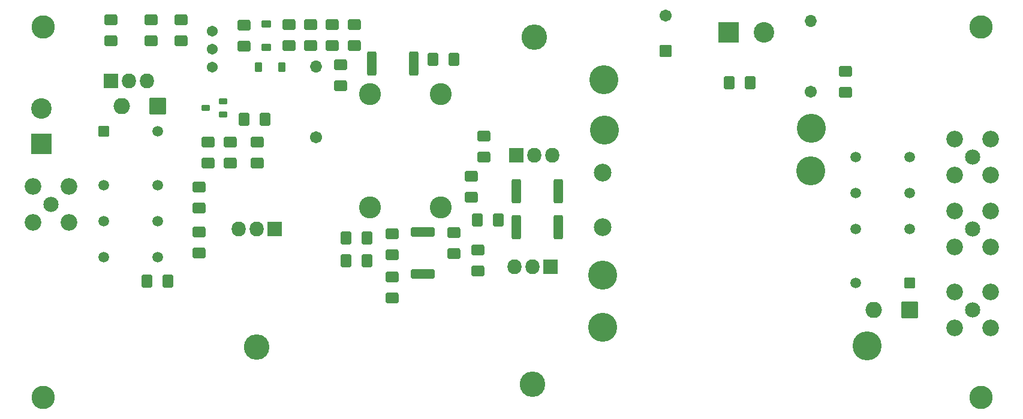
<source format=gbr>
G04 #@! TF.GenerationSoftware,KiCad,Pcbnew,(6.0.0)*
G04 #@! TF.CreationDate,2022-05-31T00:37:06+02:00*
G04 #@! TF.ProjectId,rfamp3,7266616d-7033-42e6-9b69-6361645f7063,rev?*
G04 #@! TF.SameCoordinates,Original*
G04 #@! TF.FileFunction,Soldermask,Top*
G04 #@! TF.FilePolarity,Negative*
%FSLAX46Y46*%
G04 Gerber Fmt 4.6, Leading zero omitted, Abs format (unit mm)*
G04 Created by KiCad (PCBNEW (6.0.0)) date 2022-05-31 00:37:06*
%MOMM*%
%LPD*%
G01*
G04 APERTURE LIST*
G04 Aperture macros list*
%AMRoundRect*
0 Rectangle with rounded corners*
0 $1 Rounding radius*
0 $2 $3 $4 $5 $6 $7 $8 $9 X,Y pos of 4 corners*
0 Add a 4 corners polygon primitive as box body*
4,1,4,$2,$3,$4,$5,$6,$7,$8,$9,$2,$3,0*
0 Add four circle primitives for the rounded corners*
1,1,$1+$1,$2,$3*
1,1,$1+$1,$4,$5*
1,1,$1+$1,$6,$7*
1,1,$1+$1,$8,$9*
0 Add four rect primitives between the rounded corners*
20,1,$1+$1,$2,$3,$4,$5,0*
20,1,$1+$1,$4,$5,$6,$7,0*
20,1,$1+$1,$6,$7,$8,$9,0*
20,1,$1+$1,$8,$9,$2,$3,0*%
G04 Aperture macros list end*
%ADD10RoundRect,0.301001X0.462499X0.624999X-0.462499X0.624999X-0.462499X-0.624999X0.462499X-0.624999X0*%
%ADD11RoundRect,0.301001X0.624999X-0.462499X0.624999X0.462499X-0.624999X0.462499X-0.624999X-0.462499X0*%
%ADD12RoundRect,0.301001X-0.624999X0.462499X-0.624999X-0.462499X0.624999X-0.462499X0.624999X0.462499X0*%
%ADD13C,2.152000*%
%ADD14C,2.352000*%
%ADD15RoundRect,0.051000X1.400000X-1.400000X1.400000X1.400000X-1.400000X1.400000X-1.400000X-1.400000X0*%
%ADD16C,2.902000*%
%ADD17RoundRect,0.051000X-1.400000X-1.400000X1.400000X-1.400000X1.400000X1.400000X-1.400000X1.400000X0*%
%ADD18RoundRect,0.051000X-0.700000X-0.700000X0.700000X-0.700000X0.700000X0.700000X-0.700000X0.700000X0*%
%ADD19C,1.502000*%
%ADD20RoundRect,0.051000X0.700000X0.700000X-0.700000X0.700000X-0.700000X-0.700000X0.700000X-0.700000X0*%
%ADD21RoundRect,0.051000X-0.952500X-1.000000X0.952500X-1.000000X0.952500X1.000000X-0.952500X1.000000X0*%
%ADD22O,2.007000X2.102000*%
%ADD23O,3.602000X3.602000*%
%ADD24RoundRect,0.051000X0.952500X1.000000X-0.952500X1.000000X-0.952500X-1.000000X0.952500X-1.000000X0*%
%ADD25C,1.542000*%
%ADD26RoundRect,0.301000X-0.362500X-1.425000X0.362500X-1.425000X0.362500X1.425000X-0.362500X1.425000X0*%
%ADD27C,1.702000*%
%ADD28O,1.702000X1.702000*%
%ADD29RoundRect,0.051000X0.800000X-0.800000X0.800000X0.800000X-0.800000X0.800000X-0.800000X-0.800000X0*%
%ADD30RoundRect,0.051000X0.600000X-0.450000X0.600000X0.450000X-0.600000X0.450000X-0.600000X-0.450000X0*%
%ADD31RoundRect,0.051000X0.450000X0.600000X-0.450000X0.600000X-0.450000X-0.600000X0.450000X-0.600000X0*%
%ADD32C,3.102000*%
%ADD33C,4.102500*%
%ADD34C,3.302000*%
%ADD35RoundRect,0.301000X1.425000X-0.362500X1.425000X0.362500X-1.425000X0.362500X-1.425000X-0.362500X0*%
%ADD36RoundRect,0.051000X0.500000X0.350000X-0.500000X0.350000X-0.500000X-0.350000X0.500000X-0.350000X0*%
%ADD37RoundRect,0.301000X0.362500X1.425000X-0.362500X1.425000X-0.362500X-1.425000X0.362500X-1.425000X0*%
%ADD38C,2.502000*%
%ADD39RoundRect,0.051000X1.100000X1.100000X-1.100000X1.100000X-1.100000X-1.100000X1.100000X-1.100000X0*%
%ADD40O,2.302000X2.302000*%
G04 APERTURE END LIST*
D10*
X123026500Y-52832000D03*
X120051500Y-52832000D03*
D11*
X93345000Y-51017500D03*
X93345000Y-48042500D03*
X74549000Y-50255500D03*
X74549000Y-47280500D03*
X84455000Y-50255500D03*
X84455000Y-47280500D03*
D12*
X80264000Y-47280500D03*
X80264000Y-50255500D03*
D10*
X164809500Y-56134000D03*
X161834500Y-56134000D03*
D13*
X66050000Y-73350000D03*
D14*
X68590000Y-75890000D03*
X68590000Y-70810000D03*
X63510000Y-70810000D03*
X63510000Y-75890000D03*
D15*
X64770000Y-64770000D03*
D16*
X64770000Y-59770000D03*
D13*
X196215000Y-76835000D03*
D14*
X193675000Y-79375000D03*
X193675000Y-74295000D03*
X198755000Y-74295000D03*
X198755000Y-79375000D03*
D17*
X161798000Y-49022000D03*
D16*
X166798000Y-49022000D03*
D18*
X73533000Y-62992000D03*
D19*
X73533000Y-70612000D03*
X73533000Y-75682000D03*
X73533000Y-80772000D03*
X81163000Y-80782000D03*
X81163000Y-75702000D03*
X81153000Y-70612000D03*
X81153000Y-62992000D03*
D20*
X187325000Y-84455000D03*
D19*
X187325000Y-76835000D03*
X187325000Y-71765000D03*
X187325000Y-66675000D03*
X179695000Y-66665000D03*
X179695000Y-71745000D03*
X179705000Y-76835000D03*
X179705000Y-84455000D03*
D12*
X127254000Y-63663500D03*
X127254000Y-66638500D03*
D11*
X126365000Y-82767500D03*
X126365000Y-79792500D03*
D21*
X74549000Y-55880000D03*
D22*
X77089000Y-55880000D03*
X79629000Y-55880000D03*
D11*
X125476000Y-72353500D03*
X125476000Y-69378500D03*
D10*
X129249500Y-75565000D03*
X126274500Y-75565000D03*
D23*
X134360920Y-49740680D03*
D21*
X131820920Y-66400680D03*
D22*
X134360920Y-66400680D03*
X136900920Y-66400680D03*
D23*
X134117080Y-98768040D03*
D24*
X136657080Y-82108040D03*
D22*
X134117080Y-82108040D03*
X131577080Y-82108040D03*
D25*
X88900000Y-48895000D03*
X88900000Y-51435000D03*
X88900000Y-53975000D03*
D26*
X111388300Y-53467000D03*
X117313300Y-53467000D03*
D27*
X173355000Y-57404000D03*
D28*
X173355000Y-47404000D03*
D13*
X196215000Y-88265000D03*
D14*
X193675000Y-90805000D03*
X198755000Y-90805000D03*
X193675000Y-85725000D03*
X198755000Y-85725000D03*
D13*
X196215000Y-66675000D03*
D14*
X193675000Y-64135000D03*
X198755000Y-69215000D03*
X198755000Y-64135000D03*
X193675000Y-69215000D03*
D29*
X152908000Y-51689000D03*
D27*
X152908000Y-46689000D03*
D12*
X178308000Y-54519500D03*
X178308000Y-57494500D03*
D11*
X108966000Y-50890500D03*
X108966000Y-47915500D03*
X107010200Y-56605500D03*
X107010200Y-53630500D03*
D12*
X95250000Y-64552500D03*
X95250000Y-67527500D03*
D10*
X110707500Y-78105000D03*
X107732500Y-78105000D03*
D11*
X86995000Y-80227500D03*
X86995000Y-77252500D03*
D10*
X82637500Y-84200000D03*
X79662500Y-84200000D03*
D30*
X96520000Y-51180000D03*
X96520000Y-47880000D03*
D31*
X98678000Y-53975000D03*
X95378000Y-53975000D03*
D27*
X103505000Y-63881000D03*
D28*
X103505000Y-53881000D03*
D23*
X95123000Y-93495000D03*
D24*
X97663000Y-76835000D03*
D22*
X95123000Y-76835000D03*
X92583000Y-76835000D03*
D11*
X99695000Y-50890500D03*
X99695000Y-47915500D03*
X102743000Y-50890500D03*
X102743000Y-47915500D03*
X105791000Y-50890500D03*
X105791000Y-47915500D03*
D10*
X96356500Y-61341000D03*
X93381500Y-61341000D03*
D11*
X91440000Y-67527500D03*
X91440000Y-64552500D03*
X86995000Y-73877500D03*
X86995000Y-70902500D03*
X88265000Y-67527500D03*
X88265000Y-64552500D03*
D32*
X111125000Y-57785000D03*
X111125000Y-73785000D03*
X121125000Y-57785000D03*
X121125000Y-73785000D03*
D33*
X181300000Y-93300000D03*
X144018000Y-83312000D03*
X144272000Y-62865000D03*
X144145000Y-55753000D03*
X144018000Y-90678000D03*
X173355000Y-68580000D03*
X173482000Y-62611000D03*
D34*
X197450000Y-100575000D03*
X197450000Y-48260000D03*
X64950000Y-100590000D03*
X64950000Y-48260000D03*
D11*
X123012200Y-80303700D03*
X123012200Y-77328700D03*
D12*
X114300000Y-77470000D03*
X114300000Y-80445000D03*
D35*
X118567200Y-83124900D03*
X118567200Y-77199900D03*
D12*
X114300000Y-83602500D03*
X114300000Y-86577500D03*
D10*
X110707500Y-81280000D03*
X107732500Y-81280000D03*
D36*
X90354000Y-60640000D03*
X90354000Y-58740000D03*
X87954000Y-59690000D03*
D37*
X137709500Y-71501000D03*
X131784500Y-71501000D03*
X137709500Y-76581000D03*
X131784500Y-76581000D03*
D38*
X144018000Y-68834000D03*
X144018000Y-76584000D03*
D39*
X81157818Y-59450000D03*
D40*
X76077818Y-59450000D03*
D39*
X187307818Y-88250000D03*
D40*
X182227818Y-88250000D03*
M02*

</source>
